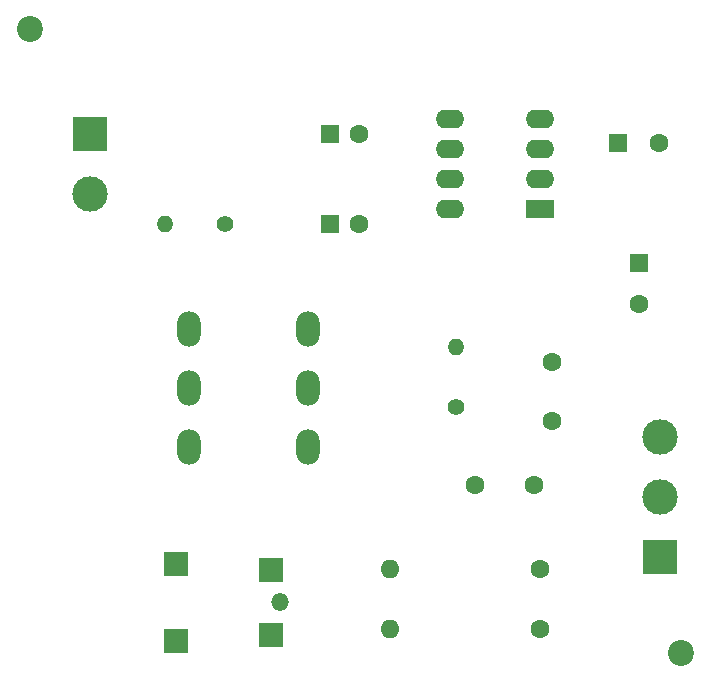
<source format=gbr>
G04 #@! TF.GenerationSoftware,KiCad,Pcbnew,(5.0.0)*
G04 #@! TF.CreationDate,2018-10-15T10:25:54+02:00*
G04 #@! TF.ProjectId,Amplificador_3W_TDA2822,416D706C6966696361646F725F33575F,rev?*
G04 #@! TF.SameCoordinates,Original*
G04 #@! TF.FileFunction,Soldermask,Bot*
G04 #@! TF.FilePolarity,Negative*
%FSLAX46Y46*%
G04 Gerber Fmt 4.6, Leading zero omitted, Abs format (unit mm)*
G04 Created by KiCad (PCBNEW (5.0.0)) date 10/15/18 10:25:54*
%MOMM*%
%LPD*%
G01*
G04 APERTURE LIST*
%ADD10R,1.600000X1.600000*%
%ADD11C,1.600000*%
%ADD12R,3.000000X3.000000*%
%ADD13C,3.000000*%
%ADD14R,2.000000X2.000000*%
%ADD15O,1.500000X1.500000*%
%ADD16C,1.400000*%
%ADD17O,1.400000X1.400000*%
%ADD18O,1.600000X1.600000*%
%ADD19O,2.000000X3.000000*%
%ADD20R,2.400000X1.600000*%
%ADD21O,2.400000X1.600000*%
%ADD22C,2.200000*%
G04 APERTURE END LIST*
D10*
G04 #@! TO.C,C1*
X138430000Y-76200000D03*
D11*
X140930000Y-76200000D03*
G04 #@! TD*
D10*
G04 #@! TO.C,C2*
X138430000Y-68580000D03*
D11*
X140930000Y-68580000D03*
G04 #@! TD*
D10*
G04 #@! TO.C,C3*
X164592000Y-79502000D03*
D11*
X164592000Y-83002000D03*
G04 #@! TD*
D10*
G04 #@! TO.C,C4*
X162814000Y-69342000D03*
D11*
X166314000Y-69342000D03*
G04 #@! TD*
G04 #@! TO.C,C5*
X157226000Y-87884000D03*
X157226000Y-92884000D03*
G04 #@! TD*
G04 #@! TO.C,C6*
X155702000Y-98298000D03*
X150702000Y-98298000D03*
G04 #@! TD*
D12*
G04 #@! TO.C,J1*
X118110000Y-68580000D03*
D13*
X118110000Y-73660000D03*
G04 #@! TD*
D14*
G04 #@! TO.C,J2*
X133420000Y-111010000D03*
D15*
X134170000Y-108260000D03*
D14*
X125420000Y-111510000D03*
X133420000Y-105510000D03*
X125420000Y-105010000D03*
G04 #@! TD*
D12*
G04 #@! TO.C,J3*
X166370000Y-104394000D03*
D13*
X166370000Y-99314000D03*
X166370000Y-94234000D03*
G04 #@! TD*
D16*
G04 #@! TO.C,R1*
X129540000Y-76200000D03*
D17*
X124460000Y-76200000D03*
G04 #@! TD*
D16*
G04 #@! TO.C,R2*
X149098000Y-91694000D03*
D17*
X149098000Y-86614000D03*
G04 #@! TD*
D11*
G04 #@! TO.C,R3*
X156210000Y-105410000D03*
D18*
X143510000Y-105410000D03*
G04 #@! TD*
D11*
G04 #@! TO.C,R4*
X156210000Y-110490000D03*
D18*
X143510000Y-110490000D03*
G04 #@! TD*
D19*
G04 #@! TO.C,RV1*
X126540000Y-95090000D03*
X126540000Y-90090000D03*
X126540000Y-85090000D03*
X136540000Y-95090000D03*
X136540000Y-90090000D03*
X136540000Y-85090000D03*
G04 #@! TD*
D20*
G04 #@! TO.C,U1*
X156210000Y-74930000D03*
D21*
X148590000Y-67310000D03*
X156210000Y-72390000D03*
X148590000Y-69850000D03*
X156210000Y-69850000D03*
X148590000Y-72390000D03*
X156210000Y-67310000D03*
X148590000Y-74930000D03*
G04 #@! TD*
D22*
G04 #@! TO.C,REF\002A\002A*
X113030000Y-59690000D03*
G04 #@! TD*
G04 #@! TO.C,REF\002A\002A*
X168148000Y-112522000D03*
G04 #@! TD*
M02*

</source>
